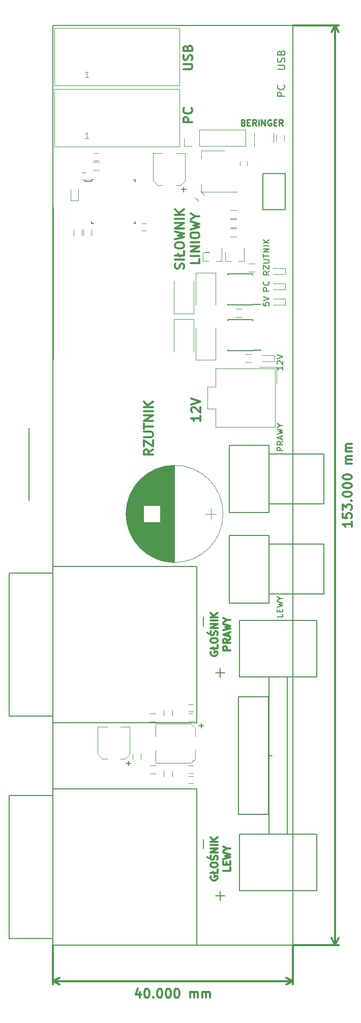
<source format=gbr>
G04 #@! TF.GenerationSoftware,KiCad,Pcbnew,(5.0.0-rc2-dev-311-g1dd4af297)*
G04 #@! TF.CreationDate,2018-06-08T08:48:50+02:00*
G04 #@! TF.ProjectId,resetUSB,72657365745553422E6B696361645F70,1.0*
G04 #@! TF.SameCoordinates,PX6ad8e7cPY2bcdfd4*
G04 #@! TF.FileFunction,Legend,Top*
G04 #@! TF.FilePolarity,Positive*
%FSLAX46Y46*%
G04 Gerber Fmt 4.6, Leading zero omitted, Abs format (unit mm)*
G04 Created by KiCad (PCBNEW (5.0.0-rc2-dev-311-g1dd4af297)) date 06/08/18 08:48:50*
%MOMM*%
%LPD*%
G01*
G04 APERTURE LIST*
%ADD10C,0.300000*%
%ADD11C,0.200000*%
%ADD12C,0.150000*%
%ADD13C,0.250000*%
%ADD14C,0.120000*%
G04 APERTURE END LIST*
D10*
X14500000Y-160778570D02*
X14500000Y-161778570D01*
X14142857Y-160207141D02*
X13785714Y-161278570D01*
X14714285Y-161278570D01*
X15571428Y-160278570D02*
X15714285Y-160278570D01*
X15857142Y-160349999D01*
X15928571Y-160421427D01*
X16000000Y-160564284D01*
X16071428Y-160849999D01*
X16071428Y-161207141D01*
X16000000Y-161492856D01*
X15928571Y-161635713D01*
X15857142Y-161707141D01*
X15714285Y-161778570D01*
X15571428Y-161778570D01*
X15428571Y-161707141D01*
X15357142Y-161635713D01*
X15285714Y-161492856D01*
X15214285Y-161207141D01*
X15214285Y-160849999D01*
X15285714Y-160564284D01*
X15357142Y-160421427D01*
X15428571Y-160349999D01*
X15571428Y-160278570D01*
X16714285Y-161635713D02*
X16785714Y-161707141D01*
X16714285Y-161778570D01*
X16642857Y-161707141D01*
X16714285Y-161635713D01*
X16714285Y-161778570D01*
X17714285Y-160278570D02*
X17857142Y-160278570D01*
X18000000Y-160349999D01*
X18071428Y-160421427D01*
X18142857Y-160564284D01*
X18214285Y-160849999D01*
X18214285Y-161207141D01*
X18142857Y-161492856D01*
X18071428Y-161635713D01*
X18000000Y-161707141D01*
X17857142Y-161778570D01*
X17714285Y-161778570D01*
X17571428Y-161707141D01*
X17500000Y-161635713D01*
X17428571Y-161492856D01*
X17357142Y-161207141D01*
X17357142Y-160849999D01*
X17428571Y-160564284D01*
X17500000Y-160421427D01*
X17571428Y-160349999D01*
X17714285Y-160278570D01*
X19142857Y-160278570D02*
X19285714Y-160278570D01*
X19428571Y-160349999D01*
X19500000Y-160421427D01*
X19571428Y-160564284D01*
X19642857Y-160849999D01*
X19642857Y-161207141D01*
X19571428Y-161492856D01*
X19500000Y-161635713D01*
X19428571Y-161707141D01*
X19285714Y-161778570D01*
X19142857Y-161778570D01*
X19000000Y-161707141D01*
X18928571Y-161635713D01*
X18857142Y-161492856D01*
X18785714Y-161207141D01*
X18785714Y-160849999D01*
X18857142Y-160564284D01*
X18928571Y-160421427D01*
X19000000Y-160349999D01*
X19142857Y-160278570D01*
X20571428Y-160278570D02*
X20714285Y-160278570D01*
X20857142Y-160349999D01*
X20928571Y-160421427D01*
X21000000Y-160564284D01*
X21071428Y-160849999D01*
X21071428Y-161207141D01*
X21000000Y-161492856D01*
X20928571Y-161635713D01*
X20857142Y-161707141D01*
X20714285Y-161778570D01*
X20571428Y-161778570D01*
X20428571Y-161707141D01*
X20357142Y-161635713D01*
X20285714Y-161492856D01*
X20214285Y-161207141D01*
X20214285Y-160849999D01*
X20285714Y-160564284D01*
X20357142Y-160421427D01*
X20428571Y-160349999D01*
X20571428Y-160278570D01*
X22857142Y-161778570D02*
X22857142Y-160778570D01*
X22857142Y-160921427D02*
X22928571Y-160849999D01*
X23071428Y-160778570D01*
X23285714Y-160778570D01*
X23428571Y-160849999D01*
X23500000Y-160992856D01*
X23500000Y-161778570D01*
X23500000Y-160992856D02*
X23571428Y-160849999D01*
X23714285Y-160778570D01*
X23928571Y-160778570D01*
X24071428Y-160849999D01*
X24142857Y-160992856D01*
X24142857Y-161778570D01*
X24857142Y-161778570D02*
X24857142Y-160778570D01*
X24857142Y-160921427D02*
X24928571Y-160849999D01*
X25071428Y-160778570D01*
X25285714Y-160778570D01*
X25428571Y-160849999D01*
X25500000Y-160992856D01*
X25500000Y-161778570D01*
X25500000Y-160992856D02*
X25571428Y-160849999D01*
X25714285Y-160778570D01*
X25928571Y-160778570D01*
X26071428Y-160849999D01*
X26142857Y-160992856D01*
X26142857Y-161778570D01*
X0Y-158999999D02*
X40000000Y-158999999D01*
X0Y-153000000D02*
X0Y-159586420D01*
X40000000Y-153000000D02*
X40000000Y-159586420D01*
X40000000Y-158999999D02*
X38873496Y-159586420D01*
X40000000Y-158999999D02*
X38873496Y-158413578D01*
X0Y-158999999D02*
X1126504Y-159586420D01*
X0Y-158999999D02*
X1126504Y-158413578D01*
X49778571Y-82571428D02*
X49778571Y-83428571D01*
X49778571Y-83000000D02*
X48278571Y-83000000D01*
X48492857Y-83142857D01*
X48635714Y-83285714D01*
X48707142Y-83428571D01*
X48278571Y-81214285D02*
X48278571Y-81928571D01*
X48992857Y-82000000D01*
X48921428Y-81928571D01*
X48850000Y-81785714D01*
X48850000Y-81428571D01*
X48921428Y-81285714D01*
X48992857Y-81214285D01*
X49135714Y-81142857D01*
X49492857Y-81142857D01*
X49635714Y-81214285D01*
X49707142Y-81285714D01*
X49778571Y-81428571D01*
X49778571Y-81785714D01*
X49707142Y-81928571D01*
X49635714Y-82000000D01*
X48278571Y-80642857D02*
X48278571Y-79714285D01*
X48850000Y-80214285D01*
X48850000Y-80000000D01*
X48921428Y-79857142D01*
X48992857Y-79785714D01*
X49135714Y-79714285D01*
X49492857Y-79714285D01*
X49635714Y-79785714D01*
X49707142Y-79857142D01*
X49778571Y-80000000D01*
X49778571Y-80428571D01*
X49707142Y-80571428D01*
X49635714Y-80642857D01*
X49635714Y-79071428D02*
X49707142Y-79000000D01*
X49778571Y-79071428D01*
X49707142Y-79142857D01*
X49635714Y-79071428D01*
X49778571Y-79071428D01*
X48278571Y-78071428D02*
X48278571Y-77928571D01*
X48350000Y-77785714D01*
X48421428Y-77714285D01*
X48564285Y-77642857D01*
X48850000Y-77571428D01*
X49207142Y-77571428D01*
X49492857Y-77642857D01*
X49635714Y-77714285D01*
X49707142Y-77785714D01*
X49778571Y-77928571D01*
X49778571Y-78071428D01*
X49707142Y-78214285D01*
X49635714Y-78285714D01*
X49492857Y-78357142D01*
X49207142Y-78428571D01*
X48850000Y-78428571D01*
X48564285Y-78357142D01*
X48421428Y-78285714D01*
X48350000Y-78214285D01*
X48278571Y-78071428D01*
X48278571Y-76642857D02*
X48278571Y-76500000D01*
X48350000Y-76357142D01*
X48421428Y-76285714D01*
X48564285Y-76214285D01*
X48850000Y-76142857D01*
X49207142Y-76142857D01*
X49492857Y-76214285D01*
X49635714Y-76285714D01*
X49707142Y-76357142D01*
X49778571Y-76500000D01*
X49778571Y-76642857D01*
X49707142Y-76785714D01*
X49635714Y-76857142D01*
X49492857Y-76928571D01*
X49207142Y-77000000D01*
X48850000Y-77000000D01*
X48564285Y-76928571D01*
X48421428Y-76857142D01*
X48350000Y-76785714D01*
X48278571Y-76642857D01*
X48278571Y-75214285D02*
X48278571Y-75071428D01*
X48350000Y-74928571D01*
X48421428Y-74857142D01*
X48564285Y-74785714D01*
X48850000Y-74714285D01*
X49207142Y-74714285D01*
X49492857Y-74785714D01*
X49635714Y-74857142D01*
X49707142Y-74928571D01*
X49778571Y-75071428D01*
X49778571Y-75214285D01*
X49707142Y-75357142D01*
X49635714Y-75428571D01*
X49492857Y-75500000D01*
X49207142Y-75571428D01*
X48850000Y-75571428D01*
X48564285Y-75500000D01*
X48421428Y-75428571D01*
X48350000Y-75357142D01*
X48278571Y-75214285D01*
X49778571Y-72928571D02*
X48778571Y-72928571D01*
X48921428Y-72928571D02*
X48850000Y-72857142D01*
X48778571Y-72714285D01*
X48778571Y-72500000D01*
X48850000Y-72357142D01*
X48992857Y-72285714D01*
X49778571Y-72285714D01*
X48992857Y-72285714D02*
X48850000Y-72214285D01*
X48778571Y-72071428D01*
X48778571Y-71857142D01*
X48850000Y-71714285D01*
X48992857Y-71642857D01*
X49778571Y-71642857D01*
X49778571Y-70928571D02*
X48778571Y-70928571D01*
X48921428Y-70928571D02*
X48850000Y-70857142D01*
X48778571Y-70714285D01*
X48778571Y-70500000D01*
X48850000Y-70357142D01*
X48992857Y-70285714D01*
X49778571Y-70285714D01*
X48992857Y-70285714D02*
X48850000Y-70214285D01*
X48778571Y-70071428D01*
X48778571Y-69857142D01*
X48850000Y-69714285D01*
X48992857Y-69642857D01*
X49778571Y-69642857D01*
X47000000Y-153000000D02*
X47000000Y0D01*
X40000000Y-153000000D02*
X47586421Y-153000000D01*
X40000000Y0D02*
X47586421Y0D01*
X47000000Y0D02*
X47586421Y-1126504D01*
X47000000Y0D02*
X46413579Y-1126504D01*
X47000000Y-153000000D02*
X47586421Y-151873496D01*
X47000000Y-153000000D02*
X46413579Y-151873496D01*
D11*
X0Y0D02*
X0Y-153000000D01*
X40000000Y0D02*
X0Y0D01*
X40000000Y-153000000D02*
X40000000Y0D01*
X0Y-153000000D02*
X40000000Y-153000000D01*
X38298380Y-70770476D02*
X37298380Y-70770476D01*
X37298380Y-70389523D01*
X37346000Y-70294285D01*
X37393619Y-70246666D01*
X37488857Y-70199047D01*
X37631714Y-70199047D01*
X37726952Y-70246666D01*
X37774571Y-70294285D01*
X37822190Y-70389523D01*
X37822190Y-70770476D01*
X38298380Y-69199047D02*
X37822190Y-69532380D01*
X38298380Y-69770476D02*
X37298380Y-69770476D01*
X37298380Y-69389523D01*
X37346000Y-69294285D01*
X37393619Y-69246666D01*
X37488857Y-69199047D01*
X37631714Y-69199047D01*
X37726952Y-69246666D01*
X37774571Y-69294285D01*
X37822190Y-69389523D01*
X37822190Y-69770476D01*
X38012666Y-68818095D02*
X38012666Y-68341904D01*
X38298380Y-68913333D02*
X37298380Y-68580000D01*
X38298380Y-68246666D01*
X37298380Y-68008571D02*
X38298380Y-67770476D01*
X37584095Y-67580000D01*
X38298380Y-67389523D01*
X37298380Y-67151428D01*
X37822190Y-66580000D02*
X38298380Y-66580000D01*
X37298380Y-66913333D02*
X37822190Y-66580000D01*
X37298380Y-66246666D01*
X38298380Y-97916857D02*
X38298380Y-98393047D01*
X37298380Y-98393047D01*
X37774571Y-97583523D02*
X37774571Y-97250190D01*
X38298380Y-97107333D02*
X38298380Y-97583523D01*
X37298380Y-97583523D01*
X37298380Y-97107333D01*
X37298380Y-96774000D02*
X38298380Y-96535904D01*
X37584095Y-96345428D01*
X38298380Y-96154952D01*
X37298380Y-95916857D01*
X37822190Y-95345428D02*
X38298380Y-95345428D01*
X37298380Y-95678761D02*
X37822190Y-95345428D01*
X37298380Y-95012095D01*
X37442857Y-7356285D02*
X38414285Y-7356285D01*
X38528571Y-7299142D01*
X38585714Y-7242000D01*
X38642857Y-7127714D01*
X38642857Y-6899142D01*
X38585714Y-6784857D01*
X38528571Y-6727714D01*
X38414285Y-6670571D01*
X37442857Y-6670571D01*
X38585714Y-6156285D02*
X38642857Y-5984857D01*
X38642857Y-5699142D01*
X38585714Y-5584857D01*
X38528571Y-5527714D01*
X38414285Y-5470571D01*
X38300000Y-5470571D01*
X38185714Y-5527714D01*
X38128571Y-5584857D01*
X38071428Y-5699142D01*
X38014285Y-5927714D01*
X37957142Y-6042000D01*
X37900000Y-6099142D01*
X37785714Y-6156285D01*
X37671428Y-6156285D01*
X37557142Y-6099142D01*
X37500000Y-6042000D01*
X37442857Y-5927714D01*
X37442857Y-5642000D01*
X37500000Y-5470571D01*
X38014285Y-4556285D02*
X38071428Y-4384857D01*
X38128571Y-4327714D01*
X38242857Y-4270571D01*
X38414285Y-4270571D01*
X38528571Y-4327714D01*
X38585714Y-4384857D01*
X38642857Y-4499142D01*
X38642857Y-4956285D01*
X37442857Y-4956285D01*
X37442857Y-4556285D01*
X37500000Y-4442000D01*
X37557142Y-4384857D01*
X37671428Y-4327714D01*
X37785714Y-4327714D01*
X37900000Y-4384857D01*
X37957142Y-4442000D01*
X38014285Y-4556285D01*
X38014285Y-4956285D01*
X38579357Y-11836285D02*
X37379357Y-11836285D01*
X37379357Y-11379142D01*
X37436500Y-11264857D01*
X37493642Y-11207714D01*
X37607928Y-11150571D01*
X37779357Y-11150571D01*
X37893642Y-11207714D01*
X37950785Y-11264857D01*
X38007928Y-11379142D01*
X38007928Y-11836285D01*
X38465071Y-9950571D02*
X38522214Y-10007714D01*
X38579357Y-10179142D01*
X38579357Y-10293428D01*
X38522214Y-10464857D01*
X38407928Y-10579142D01*
X38293642Y-10636285D01*
X38065071Y-10693428D01*
X37893642Y-10693428D01*
X37665071Y-10636285D01*
X37550785Y-10579142D01*
X37436500Y-10464857D01*
X37379357Y-10293428D01*
X37379357Y-10179142D01*
X37436500Y-10007714D01*
X37493642Y-9950571D01*
D12*
X38298380Y-56753047D02*
X38298380Y-57324476D01*
X38298380Y-57038761D02*
X37298380Y-57038761D01*
X37441238Y-57134000D01*
X37536476Y-57229238D01*
X37584095Y-57324476D01*
X37393619Y-56372095D02*
X37346000Y-56324476D01*
X37298380Y-56229238D01*
X37298380Y-55991142D01*
X37346000Y-55895904D01*
X37393619Y-55848285D01*
X37488857Y-55800666D01*
X37584095Y-55800666D01*
X37726952Y-55848285D01*
X38298380Y-56419714D01*
X38298380Y-55800666D01*
X37298380Y-55514952D02*
X38298380Y-55181619D01*
X37298380Y-54848285D01*
D11*
X26097000Y-37755500D02*
X25335000Y-37755500D01*
D12*
X36012380Y-40941333D02*
X35536190Y-41274666D01*
X36012380Y-41512761D02*
X35012380Y-41512761D01*
X35012380Y-41131809D01*
X35060000Y-41036571D01*
X35107619Y-40988952D01*
X35202857Y-40941333D01*
X35345714Y-40941333D01*
X35440952Y-40988952D01*
X35488571Y-41036571D01*
X35536190Y-41131809D01*
X35536190Y-41512761D01*
X35012380Y-40608000D02*
X35012380Y-39941333D01*
X36012380Y-40608000D01*
X36012380Y-39941333D01*
X35012380Y-39560380D02*
X35821904Y-39560380D01*
X35917142Y-39512761D01*
X35964761Y-39465142D01*
X36012380Y-39369904D01*
X36012380Y-39179428D01*
X35964761Y-39084190D01*
X35917142Y-39036571D01*
X35821904Y-38988952D01*
X35012380Y-38988952D01*
X35012380Y-38655619D02*
X35012380Y-38084190D01*
X36012380Y-38369904D02*
X35012380Y-38369904D01*
X36012380Y-37750857D02*
X35012380Y-37750857D01*
X36012380Y-37179428D01*
X35012380Y-37179428D01*
X36012380Y-36703238D02*
X35012380Y-36703238D01*
X36012380Y-36227047D02*
X35012380Y-36227047D01*
X36012380Y-35655619D02*
X35440952Y-36084190D01*
X35012380Y-35655619D02*
X35583809Y-36227047D01*
D10*
X24554571Y-64936571D02*
X24554571Y-65793714D01*
X24554571Y-65365142D02*
X23054571Y-65365142D01*
X23268857Y-65508000D01*
X23411714Y-65650857D01*
X23483142Y-65793714D01*
X23197428Y-64365142D02*
X23126000Y-64293714D01*
X23054571Y-64150857D01*
X23054571Y-63793714D01*
X23126000Y-63650857D01*
X23197428Y-63579428D01*
X23340285Y-63508000D01*
X23483142Y-63508000D01*
X23697428Y-63579428D01*
X24554571Y-64436571D01*
X24554571Y-63508000D01*
X23054571Y-63079428D02*
X24554571Y-62579428D01*
X23054571Y-62079428D01*
X21721071Y-7290357D02*
X22935357Y-7290357D01*
X23078214Y-7218928D01*
X23149642Y-7147500D01*
X23221071Y-7004642D01*
X23221071Y-6718928D01*
X23149642Y-6576071D01*
X23078214Y-6504642D01*
X22935357Y-6433214D01*
X21721071Y-6433214D01*
X23149642Y-5790357D02*
X23221071Y-5576071D01*
X23221071Y-5218928D01*
X23149642Y-5076071D01*
X23078214Y-5004642D01*
X22935357Y-4933214D01*
X22792500Y-4933214D01*
X22649642Y-5004642D01*
X22578214Y-5076071D01*
X22506785Y-5218928D01*
X22435357Y-5504642D01*
X22363928Y-5647500D01*
X22292500Y-5718928D01*
X22149642Y-5790357D01*
X22006785Y-5790357D01*
X21863928Y-5718928D01*
X21792500Y-5647500D01*
X21721071Y-5504642D01*
X21721071Y-5147500D01*
X21792500Y-4933214D01*
X22435357Y-3790357D02*
X22506785Y-3576071D01*
X22578214Y-3504642D01*
X22721071Y-3433214D01*
X22935357Y-3433214D01*
X23078214Y-3504642D01*
X23149642Y-3576071D01*
X23221071Y-3718928D01*
X23221071Y-4290357D01*
X21721071Y-4290357D01*
X21721071Y-3790357D01*
X21792500Y-3647500D01*
X21863928Y-3576071D01*
X22006785Y-3504642D01*
X22149642Y-3504642D01*
X22292500Y-3576071D01*
X22363928Y-3647500D01*
X22435357Y-3790357D01*
X22435357Y-4290357D01*
D12*
X36012380Y-44195904D02*
X35012380Y-44195904D01*
X35012380Y-43814952D01*
X35060000Y-43719714D01*
X35107619Y-43672095D01*
X35202857Y-43624476D01*
X35345714Y-43624476D01*
X35440952Y-43672095D01*
X35488571Y-43719714D01*
X35536190Y-43814952D01*
X35536190Y-44195904D01*
X35917142Y-42624476D02*
X35964761Y-42672095D01*
X36012380Y-42814952D01*
X36012380Y-42910190D01*
X35964761Y-43053047D01*
X35869523Y-43148285D01*
X35774285Y-43195904D01*
X35583809Y-43243523D01*
X35440952Y-43243523D01*
X35250476Y-43195904D01*
X35155238Y-43148285D01*
X35060000Y-43053047D01*
X35012380Y-42910190D01*
X35012380Y-42814952D01*
X35060000Y-42672095D01*
X35107619Y-42624476D01*
X35012380Y-46164476D02*
X35012380Y-46640666D01*
X35488571Y-46688285D01*
X35440952Y-46640666D01*
X35393333Y-46545428D01*
X35393333Y-46307333D01*
X35440952Y-46212095D01*
X35488571Y-46164476D01*
X35583809Y-46116857D01*
X35821904Y-46116857D01*
X35917142Y-46164476D01*
X35964761Y-46212095D01*
X36012380Y-46307333D01*
X36012380Y-46545428D01*
X35964761Y-46640666D01*
X35917142Y-46688285D01*
X35012380Y-45831142D02*
X36012380Y-45497809D01*
X35012380Y-45164476D01*
D10*
X26290000Y-104231714D02*
X26232857Y-104346000D01*
X26232857Y-104517428D01*
X26290000Y-104688857D01*
X26404285Y-104803142D01*
X26518571Y-104860285D01*
X26747142Y-104917428D01*
X26918571Y-104917428D01*
X27147142Y-104860285D01*
X27261428Y-104803142D01*
X27375714Y-104688857D01*
X27432857Y-104517428D01*
X27432857Y-104403142D01*
X27375714Y-104231714D01*
X27318571Y-104174571D01*
X26918571Y-104174571D01*
X26918571Y-104403142D01*
X27432857Y-103088857D02*
X27432857Y-103660285D01*
X26232857Y-103660285D01*
X26861428Y-103831714D02*
X26632857Y-103488857D01*
X26232857Y-102460285D02*
X26232857Y-102231714D01*
X26290000Y-102117428D01*
X26404285Y-102003142D01*
X26632857Y-101946000D01*
X27032857Y-101946000D01*
X27261428Y-102003142D01*
X27375714Y-102117428D01*
X27432857Y-102231714D01*
X27432857Y-102460285D01*
X27375714Y-102574571D01*
X27261428Y-102688857D01*
X27032857Y-102746000D01*
X26632857Y-102746000D01*
X26404285Y-102688857D01*
X26290000Y-102574571D01*
X26232857Y-102460285D01*
X27375714Y-101488857D02*
X27432857Y-101317428D01*
X27432857Y-101031714D01*
X27375714Y-100917428D01*
X27318571Y-100860285D01*
X27204285Y-100803142D01*
X27090000Y-100803142D01*
X26975714Y-100860285D01*
X26918571Y-100917428D01*
X26861428Y-101031714D01*
X26804285Y-101260285D01*
X26747142Y-101374571D01*
X26690000Y-101431714D01*
X26575714Y-101488857D01*
X26461428Y-101488857D01*
X26347142Y-101431714D01*
X26290000Y-101374571D01*
X26232857Y-101260285D01*
X26232857Y-100974571D01*
X26290000Y-100803142D01*
X25775714Y-101031714D02*
X25947142Y-101203142D01*
X27432857Y-100288857D02*
X26232857Y-100288857D01*
X27432857Y-99603142D01*
X26232857Y-99603142D01*
X27432857Y-99031714D02*
X26232857Y-99031714D01*
X27432857Y-98460285D02*
X26232857Y-98460285D01*
X27432857Y-97774571D02*
X26747142Y-98288857D01*
X26232857Y-97774571D02*
X26918571Y-98460285D01*
X29532857Y-103974571D02*
X28332857Y-103974571D01*
X28332857Y-103517428D01*
X28390000Y-103403142D01*
X28447142Y-103346000D01*
X28561428Y-103288857D01*
X28732857Y-103288857D01*
X28847142Y-103346000D01*
X28904285Y-103403142D01*
X28961428Y-103517428D01*
X28961428Y-103974571D01*
X29532857Y-102088857D02*
X28961428Y-102488857D01*
X29532857Y-102774571D02*
X28332857Y-102774571D01*
X28332857Y-102317428D01*
X28390000Y-102203142D01*
X28447142Y-102146000D01*
X28561428Y-102088857D01*
X28732857Y-102088857D01*
X28847142Y-102146000D01*
X28904285Y-102203142D01*
X28961428Y-102317428D01*
X28961428Y-102774571D01*
X29190000Y-101631714D02*
X29190000Y-101060285D01*
X29532857Y-101746000D02*
X28332857Y-101346000D01*
X29532857Y-100946000D01*
X28332857Y-100660285D02*
X29532857Y-100374571D01*
X28675714Y-100146000D01*
X29532857Y-99917428D01*
X28332857Y-99631714D01*
X28961428Y-98946000D02*
X29532857Y-98946000D01*
X28332857Y-99346000D02*
X28961428Y-98946000D01*
X28332857Y-98546000D01*
X26290000Y-141569714D02*
X26232857Y-141684000D01*
X26232857Y-141855428D01*
X26290000Y-142026857D01*
X26404285Y-142141142D01*
X26518571Y-142198285D01*
X26747142Y-142255428D01*
X26918571Y-142255428D01*
X27147142Y-142198285D01*
X27261428Y-142141142D01*
X27375714Y-142026857D01*
X27432857Y-141855428D01*
X27432857Y-141741142D01*
X27375714Y-141569714D01*
X27318571Y-141512571D01*
X26918571Y-141512571D01*
X26918571Y-141741142D01*
X27432857Y-140426857D02*
X27432857Y-140998285D01*
X26232857Y-140998285D01*
X26861428Y-141169714D02*
X26632857Y-140826857D01*
X26232857Y-139798285D02*
X26232857Y-139569714D01*
X26290000Y-139455428D01*
X26404285Y-139341142D01*
X26632857Y-139284000D01*
X27032857Y-139284000D01*
X27261428Y-139341142D01*
X27375714Y-139455428D01*
X27432857Y-139569714D01*
X27432857Y-139798285D01*
X27375714Y-139912571D01*
X27261428Y-140026857D01*
X27032857Y-140084000D01*
X26632857Y-140084000D01*
X26404285Y-140026857D01*
X26290000Y-139912571D01*
X26232857Y-139798285D01*
X27375714Y-138826857D02*
X27432857Y-138655428D01*
X27432857Y-138369714D01*
X27375714Y-138255428D01*
X27318571Y-138198285D01*
X27204285Y-138141142D01*
X27090000Y-138141142D01*
X26975714Y-138198285D01*
X26918571Y-138255428D01*
X26861428Y-138369714D01*
X26804285Y-138598285D01*
X26747142Y-138712571D01*
X26690000Y-138769714D01*
X26575714Y-138826857D01*
X26461428Y-138826857D01*
X26347142Y-138769714D01*
X26290000Y-138712571D01*
X26232857Y-138598285D01*
X26232857Y-138312571D01*
X26290000Y-138141142D01*
X25775714Y-138369714D02*
X25947142Y-138541142D01*
X27432857Y-137626857D02*
X26232857Y-137626857D01*
X27432857Y-136941142D01*
X26232857Y-136941142D01*
X27432857Y-136369714D02*
X26232857Y-136369714D01*
X27432857Y-135798285D02*
X26232857Y-135798285D01*
X27432857Y-135112571D02*
X26747142Y-135626857D01*
X26232857Y-135112571D02*
X26918571Y-135798285D01*
X29532857Y-140055428D02*
X29532857Y-140626857D01*
X28332857Y-140626857D01*
X28904285Y-139655428D02*
X28904285Y-139255428D01*
X29532857Y-139084000D02*
X29532857Y-139655428D01*
X28332857Y-139655428D01*
X28332857Y-139084000D01*
X28332857Y-138684000D02*
X29532857Y-138398285D01*
X28675714Y-138169714D01*
X29532857Y-137941142D01*
X28332857Y-137655428D01*
X28961428Y-136969714D02*
X29532857Y-136969714D01*
X28332857Y-137369714D02*
X28961428Y-136969714D01*
X28332857Y-136569714D01*
X16641071Y-70567500D02*
X15926785Y-71067500D01*
X16641071Y-71424642D02*
X15141071Y-71424642D01*
X15141071Y-70853214D01*
X15212500Y-70710357D01*
X15283928Y-70638928D01*
X15426785Y-70567500D01*
X15641071Y-70567500D01*
X15783928Y-70638928D01*
X15855357Y-70710357D01*
X15926785Y-70853214D01*
X15926785Y-71424642D01*
X15141071Y-70067500D02*
X15141071Y-69067500D01*
X16641071Y-70067500D01*
X16641071Y-69067500D01*
X15141071Y-68496071D02*
X16355357Y-68496071D01*
X16498214Y-68424642D01*
X16569642Y-68353214D01*
X16641071Y-68210357D01*
X16641071Y-67924642D01*
X16569642Y-67781785D01*
X16498214Y-67710357D01*
X16355357Y-67638928D01*
X15141071Y-67638928D01*
X15141071Y-67138928D02*
X15141071Y-66281785D01*
X16641071Y-66710357D02*
X15141071Y-66710357D01*
X16641071Y-65781785D02*
X15141071Y-65781785D01*
X16641071Y-64924642D01*
X15141071Y-64924642D01*
X16641071Y-64210357D02*
X15141071Y-64210357D01*
X16641071Y-63496071D02*
X15141071Y-63496071D01*
X16641071Y-62638928D02*
X15783928Y-63281785D01*
X15141071Y-62638928D02*
X15998214Y-63496071D01*
D13*
X31702761Y-16184571D02*
X31845619Y-16232190D01*
X31893238Y-16279809D01*
X31940857Y-16375047D01*
X31940857Y-16517904D01*
X31893238Y-16613142D01*
X31845619Y-16660761D01*
X31750380Y-16708380D01*
X31369428Y-16708380D01*
X31369428Y-15708380D01*
X31702761Y-15708380D01*
X31798000Y-15756000D01*
X31845619Y-15803619D01*
X31893238Y-15898857D01*
X31893238Y-15994095D01*
X31845619Y-16089333D01*
X31798000Y-16136952D01*
X31702761Y-16184571D01*
X31369428Y-16184571D01*
X32369428Y-16184571D02*
X32702761Y-16184571D01*
X32845619Y-16708380D02*
X32369428Y-16708380D01*
X32369428Y-15708380D01*
X32845619Y-15708380D01*
X33845619Y-16708380D02*
X33512285Y-16232190D01*
X33274190Y-16708380D02*
X33274190Y-15708380D01*
X33655142Y-15708380D01*
X33750380Y-15756000D01*
X33798000Y-15803619D01*
X33845619Y-15898857D01*
X33845619Y-16041714D01*
X33798000Y-16136952D01*
X33750380Y-16184571D01*
X33655142Y-16232190D01*
X33274190Y-16232190D01*
X34274190Y-16708380D02*
X34274190Y-15708380D01*
X34750380Y-16708380D02*
X34750380Y-15708380D01*
X35321809Y-16708380D01*
X35321809Y-15708380D01*
X36321809Y-15756000D02*
X36226571Y-15708380D01*
X36083714Y-15708380D01*
X35940857Y-15756000D01*
X35845619Y-15851238D01*
X35798000Y-15946476D01*
X35750380Y-16136952D01*
X35750380Y-16279809D01*
X35798000Y-16470285D01*
X35845619Y-16565523D01*
X35940857Y-16660761D01*
X36083714Y-16708380D01*
X36178952Y-16708380D01*
X36321809Y-16660761D01*
X36369428Y-16613142D01*
X36369428Y-16279809D01*
X36178952Y-16279809D01*
X36798000Y-16184571D02*
X37131333Y-16184571D01*
X37274190Y-16708380D02*
X36798000Y-16708380D01*
X36798000Y-15708380D01*
X37274190Y-15708380D01*
X38274190Y-16708380D02*
X37940857Y-16232190D01*
X37702761Y-16708380D02*
X37702761Y-15708380D01*
X38083714Y-15708380D01*
X38178952Y-15756000D01*
X38226571Y-15803619D01*
X38274190Y-15898857D01*
X38274190Y-16041714D01*
X38226571Y-16136952D01*
X38178952Y-16184571D01*
X38083714Y-16232190D01*
X37702761Y-16232190D01*
D10*
X21787642Y-40488571D02*
X21859071Y-40274285D01*
X21859071Y-39917142D01*
X21787642Y-39774285D01*
X21716214Y-39702857D01*
X21573357Y-39631428D01*
X21430500Y-39631428D01*
X21287642Y-39702857D01*
X21216214Y-39774285D01*
X21144785Y-39917142D01*
X21073357Y-40202857D01*
X21001928Y-40345714D01*
X20930500Y-40417142D01*
X20787642Y-40488571D01*
X20644785Y-40488571D01*
X20501928Y-40417142D01*
X20430500Y-40345714D01*
X20359071Y-40202857D01*
X20359071Y-39845714D01*
X20430500Y-39631428D01*
X21859071Y-38988571D02*
X20359071Y-38988571D01*
X21859071Y-37560000D02*
X21859071Y-38274285D01*
X20359071Y-38274285D01*
X21144785Y-38488571D02*
X20859071Y-38060000D01*
X20359071Y-36774285D02*
X20359071Y-36488571D01*
X20430500Y-36345714D01*
X20573357Y-36202857D01*
X20859071Y-36131428D01*
X21359071Y-36131428D01*
X21644785Y-36202857D01*
X21787642Y-36345714D01*
X21859071Y-36488571D01*
X21859071Y-36774285D01*
X21787642Y-36917142D01*
X21644785Y-37060000D01*
X21359071Y-37131428D01*
X20859071Y-37131428D01*
X20573357Y-37060000D01*
X20430500Y-36917142D01*
X20359071Y-36774285D01*
X20359071Y-35631428D02*
X21859071Y-35274285D01*
X20787642Y-34988571D01*
X21859071Y-34702857D01*
X20359071Y-34345714D01*
X21859071Y-33774285D02*
X20359071Y-33774285D01*
X21859071Y-32917142D01*
X20359071Y-32917142D01*
X21859071Y-32202857D02*
X20359071Y-32202857D01*
X21859071Y-31488571D02*
X20359071Y-31488571D01*
X21859071Y-30631428D02*
X21001928Y-31274285D01*
X20359071Y-30631428D02*
X21216214Y-31488571D01*
X24409071Y-38881428D02*
X24409071Y-39595714D01*
X22909071Y-39595714D01*
X24409071Y-38381428D02*
X22909071Y-38381428D01*
X24409071Y-37667142D02*
X22909071Y-37667142D01*
X24409071Y-36810000D01*
X22909071Y-36810000D01*
X24409071Y-36095714D02*
X22909071Y-36095714D01*
X22909071Y-35095714D02*
X22909071Y-34810000D01*
X22980500Y-34667142D01*
X23123357Y-34524285D01*
X23409071Y-34452857D01*
X23909071Y-34452857D01*
X24194785Y-34524285D01*
X24337642Y-34667142D01*
X24409071Y-34810000D01*
X24409071Y-35095714D01*
X24337642Y-35238571D01*
X24194785Y-35381428D01*
X23909071Y-35452857D01*
X23409071Y-35452857D01*
X23123357Y-35381428D01*
X22980500Y-35238571D01*
X22909071Y-35095714D01*
X22909071Y-33952857D02*
X24409071Y-33595714D01*
X23337642Y-33310000D01*
X24409071Y-33024285D01*
X22909071Y-32667142D01*
X23694785Y-31810000D02*
X24409071Y-31810000D01*
X22909071Y-32310000D02*
X23694785Y-31810000D01*
X22909071Y-31310000D01*
X23221071Y-16128857D02*
X21721071Y-16128857D01*
X21721071Y-15557428D01*
X21792500Y-15414571D01*
X21863928Y-15343142D01*
X22006785Y-15271714D01*
X22221071Y-15271714D01*
X22363928Y-15343142D01*
X22435357Y-15414571D01*
X22506785Y-15557428D01*
X22506785Y-16128857D01*
X23078214Y-13771714D02*
X23149642Y-13843142D01*
X23221071Y-14057428D01*
X23221071Y-14200285D01*
X23149642Y-14414571D01*
X23006785Y-14557428D01*
X22863928Y-14628857D01*
X22578214Y-14700285D01*
X22363928Y-14700285D01*
X22078214Y-14628857D01*
X21935357Y-14557428D01*
X21792500Y-14414571D01*
X21721071Y-14200285D01*
X21721071Y-14057428D01*
X21792500Y-13843142D01*
X21863928Y-13771714D01*
D12*
X36000000Y-81092000D02*
X29400000Y-81092000D01*
X29400000Y-81092000D02*
X29400000Y-69892000D01*
X29400000Y-69892000D02*
X36000000Y-69892000D01*
X36000000Y-69892000D02*
X36000000Y-81092000D01*
X36000000Y-79642000D02*
X45100000Y-79642000D01*
X45100000Y-79642000D02*
X45100000Y-71342000D01*
X45100000Y-71342000D02*
X36000000Y-71342000D01*
X45100000Y-86342000D02*
X36000000Y-86342000D01*
X45100000Y-94642000D02*
X45100000Y-86342000D01*
X36000000Y-94642000D02*
X45100000Y-94642000D01*
X36000000Y-84892000D02*
X36000000Y-96092000D01*
X29400000Y-84892000D02*
X36000000Y-84892000D01*
X29400000Y-96092000D02*
X29400000Y-84892000D01*
X36000000Y-96092000D02*
X29400000Y-96092000D01*
X31108000Y-99000000D02*
X43908000Y-99000000D01*
X31108000Y-108400000D02*
X31108000Y-99000000D01*
X43908000Y-108400000D02*
X43908000Y-99000000D01*
X31108000Y-144000000D02*
X43908000Y-144000000D01*
X43908000Y-134600000D02*
X43908000Y-144000000D01*
X31108000Y-134600000D02*
X31108000Y-144000000D01*
X40508000Y-108400000D02*
X43908000Y-108400000D01*
X34508000Y-108400000D02*
X31108000Y-108400000D01*
X40508000Y-134600000D02*
X43908000Y-134600000D01*
X34508000Y-134600000D02*
X31108000Y-134600000D01*
X40508000Y-134600000D02*
X34508000Y-134600000D01*
X34508000Y-108400000D02*
X40508000Y-108400000D01*
X36008000Y-134600000D02*
X36008000Y-108400000D01*
X39008000Y-134600000D02*
X39008000Y-108400000D01*
X36008000Y-121500000D02*
X36508000Y-121500000D01*
D14*
X22634000Y-123175500D02*
X23334000Y-123175500D01*
X23334000Y-124375500D02*
X22634000Y-124375500D01*
X16134000Y-123099000D02*
X17134000Y-123099000D01*
X17134000Y-124459000D02*
X16134000Y-124459000D01*
X12800000Y-121290000D02*
X12800000Y-116710000D01*
X12040000Y-122050000D02*
X12800000Y-121290000D01*
X7470000Y-121290000D02*
X8230000Y-122050000D01*
X7470000Y-116710000D02*
X7470000Y-121290000D01*
X8230000Y-122050000D02*
X9020000Y-122050000D01*
X12040000Y-122050000D02*
X11250000Y-122050000D01*
X12800000Y-116710000D02*
X11250000Y-116710000D01*
X7470000Y-116710000D02*
X9020000Y-116710000D01*
X14650000Y-121166000D02*
X14650000Y-122166000D01*
X13290000Y-122166000D02*
X13290000Y-121166000D01*
X22944000Y-122757500D02*
X17104000Y-122757500D01*
X23704000Y-121997500D02*
X22944000Y-122757500D01*
X22944000Y-116157500D02*
X23704000Y-116917500D01*
X17104000Y-116157500D02*
X22944000Y-116157500D01*
X23704000Y-121997500D02*
X23704000Y-120577500D01*
X23704000Y-116917500D02*
X23704000Y-118337500D01*
X17104000Y-122757500D02*
X17104000Y-120577500D01*
X17104000Y-116157500D02*
X17104000Y-118337500D01*
X18494000Y-114881000D02*
X18494000Y-113881000D01*
X19854000Y-113881000D02*
X19854000Y-114881000D01*
X19854000Y-124041000D02*
X19854000Y-125041000D01*
X18494000Y-125041000D02*
X18494000Y-124041000D01*
X23334000Y-114153000D02*
X22634000Y-114153000D01*
X22634000Y-112953000D02*
X23334000Y-112953000D01*
X22622000Y-114543000D02*
X23322000Y-114543000D01*
X23322000Y-115743000D02*
X22622000Y-115743000D01*
X23334000Y-126091000D02*
X22634000Y-126091000D01*
X22634000Y-124891000D02*
X23334000Y-124891000D01*
X16134000Y-114463000D02*
X17134000Y-114463000D01*
X17134000Y-115823000D02*
X16134000Y-115823000D01*
D12*
X30934200Y-111695000D02*
X35938000Y-111695000D01*
X30934200Y-131295000D02*
X30934200Y-111695000D01*
X35938000Y-131295000D02*
X30934200Y-131295000D01*
X35938000Y-111695000D02*
X35938000Y-131295000D01*
X-4000000Y-67000000D02*
X-4000000Y-79000000D01*
X0Y-140000000D02*
X0Y-153000000D01*
X0Y-153000000D02*
X24000000Y-153000000D01*
X24000000Y-153000000D02*
X24000000Y-140000000D01*
X24000000Y-140000000D02*
X24000000Y-127000000D01*
X24000000Y-127000000D02*
X0Y-127000000D01*
X0Y-127000000D02*
X0Y-140000000D01*
X0Y-128100000D02*
X-7300000Y-128100000D01*
X-7300000Y-128100000D02*
X-7300000Y-151900000D01*
X-7300000Y-151900000D02*
X0Y-151900000D01*
D14*
X20125500Y-47945700D02*
X20125500Y-42545700D01*
X23425500Y-47945700D02*
X23425500Y-42545700D01*
X20125500Y-47945700D02*
X23425500Y-47945700D01*
X27108500Y-41145700D02*
X27108500Y-46545700D01*
X23808500Y-41145700D02*
X23808500Y-46545700D01*
X27108500Y-41145700D02*
X23808500Y-41145700D01*
X23425500Y-48892700D02*
X23425500Y-54292700D01*
X20125500Y-48892700D02*
X20125500Y-54292700D01*
X23425500Y-48892700D02*
X20125500Y-48892700D01*
X24986000Y-39211500D02*
X24986000Y-37751500D01*
X28146000Y-39211500D02*
X28146000Y-37051500D01*
X28146000Y-39211500D02*
X27216000Y-39211500D01*
X24986000Y-39211500D02*
X25916000Y-39211500D01*
X28669000Y-39211500D02*
X28669000Y-37751500D01*
X31829000Y-39211500D02*
X31829000Y-37051500D01*
X31829000Y-39211500D02*
X30899000Y-39211500D01*
X28669000Y-39211500D02*
X29599000Y-39211500D01*
X23808500Y-55692700D02*
X23808500Y-50292700D01*
X27108500Y-55692700D02*
X27108500Y-50292700D01*
X23808500Y-55692700D02*
X27108500Y-55692700D01*
D12*
X33261200Y-46469100D02*
X34661200Y-46469100D01*
X33261200Y-41369100D02*
X29111200Y-41369100D01*
X33261200Y-46519100D02*
X29111200Y-46519100D01*
X33261200Y-41369100D02*
X33261200Y-41514100D01*
X29111200Y-41369100D02*
X29111200Y-41514100D01*
X29111200Y-46519100D02*
X29111200Y-46374100D01*
X33261200Y-46519100D02*
X33261200Y-46469100D01*
X33261200Y-54089100D02*
X34661200Y-54089100D01*
X33261200Y-48989100D02*
X29111200Y-48989100D01*
X33261200Y-54139100D02*
X29111200Y-54139100D01*
X33261200Y-48989100D02*
X33261200Y-49134100D01*
X29111200Y-48989100D02*
X29111200Y-49134100D01*
X29111200Y-54139100D02*
X29111200Y-53994100D01*
X33261200Y-54139100D02*
X33261200Y-54089100D01*
D14*
X31448500Y-48559000D02*
X30448500Y-48559000D01*
X30448500Y-47199000D02*
X31448500Y-47199000D01*
X33570800Y-40989800D02*
X32570800Y-40989800D01*
X32570800Y-39629800D02*
X33570800Y-39629800D01*
X36860000Y-55913500D02*
X34760000Y-55913500D01*
X36860000Y-54913500D02*
X34760000Y-54913500D01*
X36860000Y-55913500D02*
X36860000Y-54913500D01*
X32012000Y-54692000D02*
X33012000Y-54692000D01*
X33012000Y-56052000D02*
X32012000Y-56052000D01*
X37258000Y-56825000D02*
X34408000Y-56825000D01*
X37258000Y-59675000D02*
X37258000Y-56825000D01*
X25708000Y-63775000D02*
X25708000Y-61975000D01*
X27108000Y-63775000D02*
X25708000Y-63775000D01*
X27108000Y-66875000D02*
X27108000Y-63775000D01*
X37008000Y-66875000D02*
X27108000Y-66875000D01*
X37008000Y-61975000D02*
X37008000Y-66875000D01*
X25708000Y-60175000D02*
X25708000Y-61975000D01*
X27108000Y-60175000D02*
X25708000Y-60175000D01*
X27108000Y-57075000D02*
X27108000Y-60175000D01*
X37008000Y-57075000D02*
X27108000Y-57075000D01*
X37008000Y-61975000D02*
X37008000Y-57075000D01*
X30559500Y-33619500D02*
X29559500Y-33619500D01*
X29559500Y-32259500D02*
X30559500Y-32259500D01*
D12*
X110000Y-55700000D02*
X110000Y-30300000D01*
X6467772Y-25941143D02*
X5242772Y-25941143D01*
X13717772Y-25716143D02*
X13417772Y-25716143D01*
X13717772Y-32966143D02*
X13417772Y-32966143D01*
X6467772Y-32966143D02*
X6767772Y-32966143D01*
X6467772Y-25716143D02*
X6767772Y-25716143D01*
X6467772Y-32966143D02*
X6467772Y-32666143D01*
X13717772Y-32966143D02*
X13717772Y-32666143D01*
X13717772Y-25716143D02*
X13717772Y-26016143D01*
X6467772Y-25716143D02*
X6467772Y-25941143D01*
D14*
X6687876Y-22712702D02*
X7687876Y-22712702D01*
X7687876Y-24072702D02*
X6687876Y-24072702D01*
X4803631Y-24520423D02*
X5503631Y-24520423D01*
X5503631Y-25720423D02*
X4803631Y-25720423D01*
X7549876Y-22468702D02*
X6849876Y-22468702D01*
X6849876Y-21268702D02*
X7549876Y-21268702D01*
X26300000Y-82180000D02*
X26300000Y-80380000D01*
X27200000Y-81280000D02*
X25400000Y-81280000D01*
X12169000Y-81643000D02*
X12169000Y-80917000D01*
X12209000Y-82139000D02*
X12209000Y-80421000D01*
X12249000Y-82444000D02*
X12249000Y-80116000D01*
X12289000Y-82685000D02*
X12289000Y-79875000D01*
X12329000Y-82890000D02*
X12329000Y-79670000D01*
X12369000Y-83072000D02*
X12369000Y-79488000D01*
X12409000Y-83236000D02*
X12409000Y-79324000D01*
X12449000Y-83387000D02*
X12449000Y-79173000D01*
X12489000Y-83528000D02*
X12489000Y-79032000D01*
X12529000Y-83659000D02*
X12529000Y-78901000D01*
X12569000Y-83783000D02*
X12569000Y-78777000D01*
X12609000Y-83901000D02*
X12609000Y-78659000D01*
X12649000Y-84013000D02*
X12649000Y-78547000D01*
X12689000Y-84121000D02*
X12689000Y-78439000D01*
X12729000Y-84223000D02*
X12729000Y-78337000D01*
X12769000Y-84322000D02*
X12769000Y-78238000D01*
X12809000Y-84418000D02*
X12809000Y-78142000D01*
X12849000Y-84510000D02*
X12849000Y-78050000D01*
X12889000Y-84599000D02*
X12889000Y-77961000D01*
X12929000Y-84685000D02*
X12929000Y-77875000D01*
X12969000Y-84769000D02*
X12969000Y-77791000D01*
X13009000Y-84850000D02*
X13009000Y-77710000D01*
X13049000Y-84929000D02*
X13049000Y-77631000D01*
X13089000Y-85006000D02*
X13089000Y-77554000D01*
X13129000Y-85082000D02*
X13129000Y-77478000D01*
X13169000Y-85155000D02*
X13169000Y-77405000D01*
X13209000Y-85226000D02*
X13209000Y-77334000D01*
X13249000Y-85296000D02*
X13249000Y-77264000D01*
X13289000Y-85364000D02*
X13289000Y-77196000D01*
X13329000Y-85431000D02*
X13329000Y-77129000D01*
X13369000Y-85497000D02*
X13369000Y-77063000D01*
X13409000Y-85561000D02*
X13409000Y-76999000D01*
X13449000Y-85623000D02*
X13449000Y-76937000D01*
X13489000Y-85685000D02*
X13489000Y-76875000D01*
X13529000Y-85745000D02*
X13529000Y-76815000D01*
X13569000Y-85804000D02*
X13569000Y-76756000D01*
X13609000Y-85862000D02*
X13609000Y-76698000D01*
X13649000Y-85919000D02*
X13649000Y-76641000D01*
X13689000Y-85975000D02*
X13689000Y-76585000D01*
X13729000Y-86030000D02*
X13729000Y-76530000D01*
X13769000Y-86084000D02*
X13769000Y-76476000D01*
X13809000Y-86137000D02*
X13809000Y-76423000D01*
X13849000Y-86189000D02*
X13849000Y-76371000D01*
X13889000Y-86240000D02*
X13889000Y-76320000D01*
X13929000Y-86291000D02*
X13929000Y-76269000D01*
X13969000Y-86340000D02*
X13969000Y-76220000D01*
X14009000Y-86389000D02*
X14009000Y-76171000D01*
X14049000Y-86437000D02*
X14049000Y-76123000D01*
X14089000Y-86485000D02*
X14089000Y-76075000D01*
X14129000Y-86531000D02*
X14129000Y-76029000D01*
X14169000Y-86577000D02*
X14169000Y-75983000D01*
X14209000Y-86623000D02*
X14209000Y-75937000D01*
X14249000Y-86667000D02*
X14249000Y-75893000D01*
X14289000Y-86711000D02*
X14289000Y-75849000D01*
X14329000Y-86754000D02*
X14329000Y-75806000D01*
X14369000Y-86797000D02*
X14369000Y-75763000D01*
X14409000Y-86839000D02*
X14409000Y-75721000D01*
X14449000Y-86880000D02*
X14449000Y-75680000D01*
X14489000Y-86921000D02*
X14489000Y-75639000D01*
X14529000Y-86961000D02*
X14529000Y-75599000D01*
X14569000Y-87001000D02*
X14569000Y-75559000D01*
X14609000Y-87040000D02*
X14609000Y-75520000D01*
X14649000Y-87079000D02*
X14649000Y-75481000D01*
X14689000Y-87117000D02*
X14689000Y-75443000D01*
X14729000Y-87155000D02*
X14729000Y-75405000D01*
X14769000Y-87192000D02*
X14769000Y-75368000D01*
X14809000Y-87228000D02*
X14809000Y-75332000D01*
X14849000Y-87264000D02*
X14849000Y-75296000D01*
X14889000Y-87300000D02*
X14889000Y-75260000D01*
X14929000Y-87335000D02*
X14929000Y-75225000D01*
X14969000Y-87370000D02*
X14969000Y-75190000D01*
X15009000Y-87404000D02*
X15009000Y-75156000D01*
X15049000Y-87438000D02*
X15049000Y-75122000D01*
X15089000Y-87471000D02*
X15089000Y-75089000D01*
X15129000Y-79900000D02*
X15129000Y-75056000D01*
X15129000Y-87504000D02*
X15129000Y-82660000D01*
X15169000Y-79900000D02*
X15169000Y-75023000D01*
X15169000Y-87537000D02*
X15169000Y-82660000D01*
X15209000Y-79900000D02*
X15209000Y-74991000D01*
X15209000Y-87569000D02*
X15209000Y-82660000D01*
X15249000Y-79900000D02*
X15249000Y-74960000D01*
X15249000Y-87600000D02*
X15249000Y-82660000D01*
X15289000Y-79900000D02*
X15289000Y-74928000D01*
X15289000Y-87632000D02*
X15289000Y-82660000D01*
X15329000Y-79900000D02*
X15329000Y-74898000D01*
X15329000Y-87662000D02*
X15329000Y-82660000D01*
X15369000Y-79900000D02*
X15369000Y-74867000D01*
X15369000Y-87693000D02*
X15369000Y-82660000D01*
X15409000Y-79900000D02*
X15409000Y-74837000D01*
X15409000Y-87723000D02*
X15409000Y-82660000D01*
X15449000Y-79900000D02*
X15449000Y-74807000D01*
X15449000Y-87753000D02*
X15449000Y-82660000D01*
X15489000Y-79900000D02*
X15489000Y-74778000D01*
X15489000Y-87782000D02*
X15489000Y-82660000D01*
X15529000Y-79900000D02*
X15529000Y-74749000D01*
X15529000Y-87811000D02*
X15529000Y-82660000D01*
X15569000Y-79900000D02*
X15569000Y-74721000D01*
X15569000Y-87839000D02*
X15569000Y-82660000D01*
X15609000Y-79900000D02*
X15609000Y-74692000D01*
X15609000Y-87868000D02*
X15609000Y-82660000D01*
X15649000Y-79900000D02*
X15649000Y-74665000D01*
X15649000Y-87895000D02*
X15649000Y-82660000D01*
X15689000Y-79900000D02*
X15689000Y-74637000D01*
X15689000Y-87923000D02*
X15689000Y-82660000D01*
X15729000Y-79900000D02*
X15729000Y-74610000D01*
X15729000Y-87950000D02*
X15729000Y-82660000D01*
X15769000Y-79900000D02*
X15769000Y-74583000D01*
X15769000Y-87977000D02*
X15769000Y-82660000D01*
X15809000Y-79900000D02*
X15809000Y-74557000D01*
X15809000Y-88003000D02*
X15809000Y-82660000D01*
X15849000Y-79900000D02*
X15849000Y-74531000D01*
X15849000Y-88029000D02*
X15849000Y-82660000D01*
X15889000Y-79900000D02*
X15889000Y-74505000D01*
X15889000Y-88055000D02*
X15889000Y-82660000D01*
X15929000Y-79900000D02*
X15929000Y-74479000D01*
X15929000Y-88081000D02*
X15929000Y-82660000D01*
X15969000Y-79900000D02*
X15969000Y-74454000D01*
X15969000Y-88106000D02*
X15969000Y-82660000D01*
X16009000Y-79900000D02*
X16009000Y-74430000D01*
X16009000Y-88130000D02*
X16009000Y-82660000D01*
X16049000Y-79900000D02*
X16049000Y-74405000D01*
X16049000Y-88155000D02*
X16049000Y-82660000D01*
X16089000Y-79900000D02*
X16089000Y-74381000D01*
X16089000Y-88179000D02*
X16089000Y-82660000D01*
X16129000Y-79900000D02*
X16129000Y-74357000D01*
X16129000Y-88203000D02*
X16129000Y-82660000D01*
X16169000Y-79900000D02*
X16169000Y-74334000D01*
X16169000Y-88226000D02*
X16169000Y-82660000D01*
X16209000Y-79900000D02*
X16209000Y-74310000D01*
X16209000Y-88250000D02*
X16209000Y-82660000D01*
X16249000Y-79900000D02*
X16249000Y-74288000D01*
X16249000Y-88272000D02*
X16249000Y-82660000D01*
X16289000Y-79900000D02*
X16289000Y-74265000D01*
X16289000Y-88295000D02*
X16289000Y-82660000D01*
X16329000Y-79900000D02*
X16329000Y-74243000D01*
X16329000Y-88317000D02*
X16329000Y-82660000D01*
X16369000Y-79900000D02*
X16369000Y-74221000D01*
X16369000Y-88339000D02*
X16369000Y-82660000D01*
X16409000Y-79900000D02*
X16409000Y-74199000D01*
X16409000Y-88361000D02*
X16409000Y-82660000D01*
X16449000Y-79900000D02*
X16449000Y-74178000D01*
X16449000Y-88382000D02*
X16449000Y-82660000D01*
X16489000Y-79900000D02*
X16489000Y-74156000D01*
X16489000Y-88404000D02*
X16489000Y-82660000D01*
X16529000Y-79900000D02*
X16529000Y-74136000D01*
X16529000Y-88424000D02*
X16529000Y-82660000D01*
X16569000Y-79900000D02*
X16569000Y-74115000D01*
X16569000Y-88445000D02*
X16569000Y-82660000D01*
X16609000Y-79900000D02*
X16609000Y-74095000D01*
X16609000Y-88465000D02*
X16609000Y-82660000D01*
X16649000Y-79900000D02*
X16649000Y-74075000D01*
X16649000Y-88485000D02*
X16649000Y-82660000D01*
X16689000Y-79900000D02*
X16689000Y-74055000D01*
X16689000Y-88505000D02*
X16689000Y-82660000D01*
X16729000Y-79900000D02*
X16729000Y-74035000D01*
X16729000Y-88525000D02*
X16729000Y-82660000D01*
X16769000Y-79900000D02*
X16769000Y-74016000D01*
X16769000Y-88544000D02*
X16769000Y-82660000D01*
X16809000Y-79900000D02*
X16809000Y-73997000D01*
X16809000Y-88563000D02*
X16809000Y-82660000D01*
X16849000Y-79900000D02*
X16849000Y-73979000D01*
X16849000Y-88581000D02*
X16849000Y-82660000D01*
X16889000Y-79900000D02*
X16889000Y-73960000D01*
X16889000Y-88600000D02*
X16889000Y-82660000D01*
X16929000Y-79900000D02*
X16929000Y-73942000D01*
X16929000Y-88618000D02*
X16929000Y-82660000D01*
X16969000Y-79900000D02*
X16969000Y-73924000D01*
X16969000Y-88636000D02*
X16969000Y-82660000D01*
X17009000Y-79900000D02*
X17009000Y-73907000D01*
X17009000Y-88653000D02*
X17009000Y-82660000D01*
X17049000Y-79900000D02*
X17049000Y-73889000D01*
X17049000Y-88671000D02*
X17049000Y-82660000D01*
X17089000Y-79900000D02*
X17089000Y-73872000D01*
X17089000Y-88688000D02*
X17089000Y-82660000D01*
X17129000Y-79900000D02*
X17129000Y-73855000D01*
X17129000Y-88705000D02*
X17129000Y-82660000D01*
X17169000Y-79900000D02*
X17169000Y-73839000D01*
X17169000Y-88721000D02*
X17169000Y-82660000D01*
X17209000Y-79900000D02*
X17209000Y-73822000D01*
X17209000Y-88738000D02*
X17209000Y-82660000D01*
X17249000Y-79900000D02*
X17249000Y-73806000D01*
X17249000Y-88754000D02*
X17249000Y-82660000D01*
X17289000Y-79900000D02*
X17289000Y-73790000D01*
X17289000Y-88770000D02*
X17289000Y-82660000D01*
X17329000Y-79900000D02*
X17329000Y-73775000D01*
X17329000Y-88785000D02*
X17329000Y-82660000D01*
X17369000Y-79900000D02*
X17369000Y-73759000D01*
X17369000Y-88801000D02*
X17369000Y-82660000D01*
X17409000Y-79900000D02*
X17409000Y-73744000D01*
X17409000Y-88816000D02*
X17409000Y-82660000D01*
X17449000Y-79900000D02*
X17449000Y-73730000D01*
X17449000Y-88830000D02*
X17449000Y-82660000D01*
X17489000Y-79900000D02*
X17489000Y-73715000D01*
X17489000Y-88845000D02*
X17489000Y-82660000D01*
X17529000Y-79900000D02*
X17529000Y-73700000D01*
X17529000Y-88860000D02*
X17529000Y-82660000D01*
X17569000Y-79900000D02*
X17569000Y-73686000D01*
X17569000Y-88874000D02*
X17569000Y-82660000D01*
X17609000Y-79900000D02*
X17609000Y-73672000D01*
X17609000Y-88888000D02*
X17609000Y-82660000D01*
X17649000Y-79900000D02*
X17649000Y-73659000D01*
X17649000Y-88901000D02*
X17649000Y-82660000D01*
X17689000Y-79900000D02*
X17689000Y-73645000D01*
X17689000Y-88915000D02*
X17689000Y-82660000D01*
X17729000Y-79900000D02*
X17729000Y-73632000D01*
X17729000Y-88928000D02*
X17729000Y-82660000D01*
X17769000Y-79900000D02*
X17769000Y-73619000D01*
X17769000Y-88941000D02*
X17769000Y-82660000D01*
X17809000Y-79900000D02*
X17809000Y-73606000D01*
X17809000Y-88954000D02*
X17809000Y-82660000D01*
X17849000Y-79900000D02*
X17849000Y-73594000D01*
X17849000Y-88966000D02*
X17849000Y-82660000D01*
X17889000Y-88979000D02*
X17889000Y-73581000D01*
X17929000Y-88991000D02*
X17929000Y-73569000D01*
X17969000Y-89003000D02*
X17969000Y-73557000D01*
X18009000Y-89014000D02*
X18009000Y-73546000D01*
X18049000Y-89026000D02*
X18049000Y-73534000D01*
X18089000Y-89037000D02*
X18089000Y-73523000D01*
X18129000Y-89048000D02*
X18129000Y-73512000D01*
X18169000Y-89059000D02*
X18169000Y-73501000D01*
X18209000Y-89069000D02*
X18209000Y-73491000D01*
X18249000Y-89079000D02*
X18249000Y-73481000D01*
X18289000Y-89089000D02*
X18289000Y-73471000D01*
X18329000Y-89099000D02*
X18329000Y-73461000D01*
X18369000Y-89109000D02*
X18369000Y-73451000D01*
X18409000Y-89118000D02*
X18409000Y-73442000D01*
X18449000Y-89128000D02*
X18449000Y-73432000D01*
X18489000Y-89137000D02*
X18489000Y-73423000D01*
X18529000Y-89146000D02*
X18529000Y-73414000D01*
X18569000Y-89154000D02*
X18569000Y-73406000D01*
X18609000Y-89163000D02*
X18609000Y-73397000D01*
X18649000Y-89171000D02*
X18649000Y-73389000D01*
X18689000Y-89179000D02*
X18689000Y-73381000D01*
X18729000Y-89186000D02*
X18729000Y-73374000D01*
X18769000Y-89194000D02*
X18769000Y-73366000D01*
X18809000Y-89201000D02*
X18809000Y-73359000D01*
X18849000Y-89208000D02*
X18849000Y-73352000D01*
X18889000Y-89215000D02*
X18889000Y-73345000D01*
X18929000Y-89222000D02*
X18929000Y-73338000D01*
X18969000Y-89229000D02*
X18969000Y-73331000D01*
X19009000Y-89235000D02*
X19009000Y-73325000D01*
X19049000Y-89241000D02*
X19049000Y-73319000D01*
X19089000Y-89247000D02*
X19089000Y-73313000D01*
X19129000Y-89253000D02*
X19129000Y-73307000D01*
X19169000Y-89258000D02*
X19169000Y-73302000D01*
X19209000Y-89263000D02*
X19209000Y-73297000D01*
X19249000Y-89268000D02*
X19249000Y-73292000D01*
X19289000Y-89273000D02*
X19289000Y-73287000D01*
X19329000Y-89278000D02*
X19329000Y-73282000D01*
X19369000Y-89282000D02*
X19369000Y-73278000D01*
X19409000Y-89287000D02*
X19409000Y-73273000D01*
X19449000Y-89291000D02*
X19449000Y-73269000D01*
X19489000Y-89295000D02*
X19489000Y-73265000D01*
X19529000Y-89298000D02*
X19529000Y-73262000D01*
X19570000Y-89302000D02*
X19570000Y-73258000D01*
X19610000Y-89305000D02*
X19610000Y-73255000D01*
X19650000Y-89308000D02*
X19650000Y-73252000D01*
X19690000Y-89311000D02*
X19690000Y-73249000D01*
X19730000Y-89314000D02*
X19730000Y-73246000D01*
X19770000Y-89316000D02*
X19770000Y-73244000D01*
X19810000Y-89319000D02*
X19810000Y-73241000D01*
X19850000Y-89321000D02*
X19850000Y-73239000D01*
X19890000Y-89322000D02*
X19890000Y-73238000D01*
X19930000Y-89324000D02*
X19930000Y-73236000D01*
X19970000Y-89326000D02*
X19970000Y-73234000D01*
X20010000Y-89327000D02*
X20010000Y-73233000D01*
X20050000Y-89328000D02*
X20050000Y-73232000D01*
X20090000Y-89329000D02*
X20090000Y-73231000D01*
X20130000Y-89330000D02*
X20130000Y-73230000D01*
X20170000Y-89330000D02*
X20170000Y-73230000D01*
X20210000Y-89330000D02*
X20210000Y-73230000D01*
X20250000Y-89331000D02*
X20250000Y-73229000D01*
X28340000Y-81280000D02*
G75*
G03X28340000Y-81280000I-8090000J0D01*
G01*
D12*
X0Y-103000000D02*
X0Y-116000000D01*
X0Y-116000000D02*
X24000000Y-116000000D01*
X24000000Y-116000000D02*
X24000000Y-103000000D01*
X24000000Y-103000000D02*
X24000000Y-90000000D01*
X24000000Y-90000000D02*
X0Y-90000000D01*
X0Y-90000000D02*
X0Y-103000000D01*
X0Y-91100000D02*
X-7300000Y-91100000D01*
X-7300000Y-91100000D02*
X-7300000Y-114900000D01*
X-7300000Y-114900000D02*
X0Y-114900000D01*
D14*
X32348859Y-22657541D02*
X32348859Y-23357541D01*
X31148859Y-23357541D02*
X31148859Y-22657541D01*
X22020800Y-25852600D02*
X22020800Y-21272600D01*
X21260800Y-26612600D02*
X22020800Y-25852600D01*
X16690800Y-25852600D02*
X17450800Y-26612600D01*
X16690800Y-21272600D02*
X16690800Y-25852600D01*
X17450800Y-26612600D02*
X18240800Y-26612600D01*
X21260800Y-26612600D02*
X20470800Y-26612600D01*
X22020800Y-21272600D02*
X20470800Y-21272600D01*
X16690800Y-21272600D02*
X18240800Y-21272600D01*
X30768859Y-27687541D02*
X24758859Y-27687541D01*
X28518859Y-20867541D02*
X24758859Y-20867541D01*
X24758859Y-27687541D02*
X24758859Y-26427541D01*
X24758859Y-20867541D02*
X24758859Y-22127541D01*
D12*
X35006000Y-30651000D02*
X35006000Y-27651000D01*
X38706000Y-30651000D02*
X35006000Y-30651000D01*
X38706000Y-24651000D02*
X38706000Y-30651000D01*
X35006000Y-24651000D02*
X38706000Y-24651000D01*
X35006000Y-27651000D02*
X35006000Y-24651000D01*
D14*
X15522627Y-34180956D02*
X14822627Y-34180956D01*
X14822627Y-32980956D02*
X15522627Y-32980956D01*
X24282721Y-29247386D02*
X23575614Y-28540279D01*
X24537279Y-27578614D02*
X25244386Y-28285721D01*
X4196000Y-27291000D02*
X4196000Y-29141000D01*
X2996000Y-27291000D02*
X2996000Y-29141000D01*
X2996000Y-29141000D02*
X4196000Y-29141000D01*
X38725500Y-46520500D02*
X36625500Y-46520500D01*
X38725500Y-45520500D02*
X36625500Y-45520500D01*
X38725500Y-46520500D02*
X38725500Y-45520500D01*
X38725500Y-43980500D02*
X36625500Y-43980500D01*
X38725500Y-42980500D02*
X36625500Y-42980500D01*
X38725500Y-43980500D02*
X38725500Y-42980500D01*
X38725500Y-41440500D02*
X36625500Y-41440500D01*
X38725500Y-40440500D02*
X36625500Y-40440500D01*
X38725500Y-41440500D02*
X38725500Y-40440500D01*
X38552000Y-18261000D02*
X38552000Y-19261000D01*
X37192000Y-19261000D02*
X37192000Y-18261000D01*
X284000Y-10059000D02*
X284000Y-459000D01*
X21104000Y-10059000D02*
X284000Y-10059000D01*
X21104000Y-459000D02*
X21104000Y-10059000D01*
X284000Y-459000D02*
X21104000Y-459000D01*
X284000Y-20219000D02*
X284000Y-10619000D01*
X21104000Y-20219000D02*
X284000Y-20219000D01*
X21104000Y-10619000D02*
X21104000Y-20219000D01*
X284000Y-10619000D02*
X21104000Y-10619000D01*
X21810000Y-20091000D02*
X21810000Y-18761000D01*
X23140000Y-20091000D02*
X21810000Y-20091000D01*
X24410000Y-20091000D02*
X24410000Y-17431000D01*
X24410000Y-17431000D02*
X32090000Y-17431000D01*
X24410000Y-20091000D02*
X32090000Y-20091000D01*
X32090000Y-20091000D02*
X32090000Y-17431000D01*
X33566900Y-17924300D02*
X33566900Y-20224300D01*
X36766900Y-19524300D02*
X36766900Y-17924300D01*
X30559500Y-35143500D02*
X29559500Y-35143500D01*
X29559500Y-33783500D02*
X30559500Y-33783500D01*
X30559500Y-32095500D02*
X29559500Y-32095500D01*
X29559500Y-30735500D02*
X30559500Y-30735500D01*
X3434800Y-34967800D02*
X3434800Y-33967800D01*
X4794800Y-33967800D02*
X4794800Y-34967800D01*
X5085800Y-34967800D02*
X5085800Y-33967800D01*
X6445800Y-33967800D02*
X6445800Y-34967800D01*
D12*
X12571428Y-123140952D02*
X12571428Y-122379047D01*
X12952380Y-122760000D02*
X12190476Y-122760000D01*
X24303047Y-116518928D02*
X25064952Y-116518928D01*
X24684000Y-116899880D02*
X24684000Y-116137976D01*
X27828857Y-145541904D02*
X27828857Y-144018095D01*
X28590761Y-144780000D02*
X27066952Y-144780000D01*
X25034857Y-136951904D02*
X25034857Y-135428095D01*
X27828857Y-108457904D02*
X27828857Y-106934095D01*
X28590761Y-107696000D02*
X27066952Y-107696000D01*
X25034857Y-99951904D02*
X25034857Y-98428095D01*
X21792228Y-27703552D02*
X21792228Y-26941647D01*
X22173180Y-27322600D02*
X21411276Y-27322600D01*
D14*
X5919714Y-8701380D02*
X5348285Y-8701380D01*
X5634000Y-8701380D02*
X5634000Y-7701380D01*
X5538761Y-7844238D01*
X5443523Y-7939476D01*
X5348285Y-7987095D01*
X5919714Y-18861380D02*
X5348285Y-18861380D01*
X5634000Y-18861380D02*
X5634000Y-17861380D01*
X5538761Y-18004238D01*
X5443523Y-18099476D01*
X5348285Y-18147095D01*
M02*

</source>
